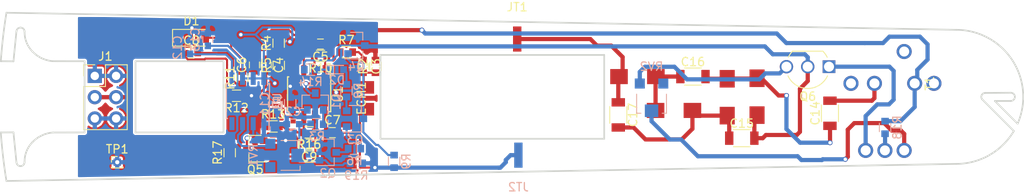
<source format=kicad_pcb>
(kicad_pcb (version 20171130) (host pcbnew 5.0.0)
  (title_block (title "moids infinity PCB") (company Kinoshita-lab))
  (layers (0 F.Cu signal) (31 B.Cu signal) (34 B.Paste user) (35 F.Paste user) (36 B.SilkS user) (37 F.SilkS user) (38 B.Mask user) (39 F.Mask user) (44 Edge.Cuts user))
  (net 0 "")
  (net 1 +5V)
  (net 2 "Net-(C2-Pad1)")
  (net 3 "Net-(C3-Pad2)")
  (net 4 "Net-(C3-Pad1)")
  (net 5 mute)
  (net 6 "Net-(C5-Pad1)")
  (net 7 "Net-(C6-Pad1)")
  (net 8 "Net-(C9-Pad2)")
  (net 9 "Net-(C9-Pad1)")
  (net 10 "Net-(C12-Pad2)")
  (net 11 transformer_out)
  (net 12 "Net-(C14-Pad1)")
  (net 13 "Net-(C15-Pad1)")
  (net 14 "Net-(D2-Pad1)")
  (net 15 "Net-(Q1-Pad1)")
  (net 16 "Net-(Q1-Pad2)")
  (net 17 "Net-(Q3-Pad1)")
  (net 18 "Net-(Q3-Pad2)")
  (net 19 "Net-(Q3-Pad3)")
  (net 20 "Net-(Q5-Pad1)")
  (net 21 "Net-(Q5-Pad3)")
  (net 22 "Net-(Q6-Pad3)")
  (net 23 "Net-(Q6-Pad1)")
  (net 24 timer_out)
  (net 25 "Net-(C4-Pad1)")
  (net 26 jacob_terminal_2)
  (net 27 "Net-(C8-Pad1)")
  (net 28 spark_gate)
  (net 29 jacob_terminal_1)
  (net 30 "Net-(R18-Pad1)")
  (net 31 "Net-(C16-Pad1)")
  (net 32 "Net-(Q2-Pad3)")
  (net 33 "Net-(RV2-Pad2)")
  (module Capacitors_SMD:C_0603 (layer B.Cu) (at 117.62 105 180)
    (fp_text reference C2 (at 0 1.5 180) (layer B.SilkS) (effects (justify mirror)))
    (fp_text value 10u)
    (pad 2 smd rect (at 0.75 0 180) (size 0.8 0.75) (layers B.Cu B.Paste B.Mask) (net 26 jacob_terminal_2))
    (pad 1 smd rect (at -0.75 0 180) (size 0.8 0.75) (layers B.Cu B.Paste B.Mask) (net 2 "Net-(C2-Pad1)"))
  )
  (module Capacitors_SMD:C_0603 (layer F.Cu) (at 126.05 98.12 270)
    (fp_text reference C3 (at 0 -1.5 270) (layer F.SilkS))
    (fp_text value 0.1u)
    (pad 2 smd rect (at 0.75 0 270) (size 0.8 0.75) (layers F.Cu F.Paste F.Mask) (net 3 "Net-(C3-Pad2)"))
    (pad 1 smd rect (at -0.75 0 270) (size 0.8 0.75) (layers F.Cu F.Paste F.Mask) (net 4 "Net-(C3-Pad1)"))
  )
  (module Capacitors_SMD:C_0603 (layer F.Cu) (at 114.42 97.96 270)
    (fp_text reference C4 (at 0 -1.5 270) (layer F.SilkS))
    (fp_text value 0.1u)
    (pad 2 smd rect (at 0.75 0 270) (size 0.8 0.75) (layers F.Cu F.Paste F.Mask) (net 26 jacob_terminal_2))
    (pad 1 smd rect (at -0.75 0 270) (size 0.8 0.75) (layers F.Cu F.Paste F.Mask) (net 25 "Net-(C4-Pad1)"))
  )
  (module Capacitors_SMD:C_0603 (layer F.Cu) (at 120.89 95.45 180)
    (fp_text reference C5 (at 0 -1.5 180) (layer F.SilkS))
    (fp_text value 560p)
    (pad 2 smd rect (at 0.75 0 180) (size 0.8 0.75) (layers F.Cu F.Paste F.Mask) (net 5 mute))
    (pad 1 smd rect (at -0.75 0 180) (size 0.8 0.75) (layers F.Cu F.Paste F.Mask) (net 6 "Net-(C5-Pad1)"))
  )
  (module Capacitors_SMD:C_0603 (layer F.Cu) (at 113.01 97.94 90)
    (fp_text reference C6 (at 0 -1.5 90) (layer F.SilkS))
    (fp_text value 0.1u)
    (pad 2 smd rect (at 0.75 0 90) (size 0.8 0.75) (layers F.Cu F.Paste F.Mask) (net 6 "Net-(C5-Pad1)"))
    (pad 1 smd rect (at -0.75 0 90) (size 0.8 0.75) (layers F.Cu F.Paste F.Mask) (net 7 "Net-(C6-Pad1)"))
  )
  (module Capacitors_SMD:C_0603 (layer F.Cu) (at 122.32 106.02)
    (fp_text reference C7 (at 0 -1.5) (layer F.SilkS))
    (fp_text value 0.1u)
    (pad 2 smd rect (at 0.75 0) (size 0.8 0.75) (layers F.Cu F.Paste F.Mask) (net 26 jacob_terminal_2))
    (pad 1 smd rect (at -0.75 0) (size 0.8 0.75) (layers F.Cu F.Paste F.Mask) (net 1 +5V))
  )
  (module Capacitors_SMD:C_0603 (layer F.Cu) (at 119.54 107.41 180)
    (fp_text reference C9 (at 0 -1.5 180) (layer F.SilkS))
    (fp_text value 560p)
    (pad 2 smd rect (at 0.75 0 180) (size 0.8 0.75) (layers F.Cu F.Paste F.Mask) (net 8 "Net-(C9-Pad2)"))
    (pad 1 smd rect (at -0.75 0 180) (size 0.8 0.75) (layers F.Cu F.Paste F.Mask) (net 9 "Net-(C9-Pad1)"))
  )
  (module Capacitors_SMD:C_0603 (layer B.Cu) (at 115.74 102.63 270)
    (fp_text reference C11 (at 0 1.5 270) (layer B.SilkS) (effects (justify mirror)))
    (fp_text value 0.1u)
    (pad 2 smd rect (at 0.75 0 270) (size 0.8 0.75) (layers B.Cu B.Paste B.Mask) (net 26 jacob_terminal_2))
    (pad 1 smd rect (at -0.75 0 270) (size 0.8 0.75) (layers B.Cu B.Paste B.Mask) (net 1 +5V))
  )
  (module Capacitors_SMD:C_0603 (layer B.Cu) (at 105.34 95.87 270)
    (fp_text reference C12 (at 0 1.5 270) (layer B.SilkS) (effects (justify mirror)))
    (fp_text value 0.1u)
    (pad 2 smd rect (at 0.75 0 270) (size 0.8 0.75) (layers B.Cu B.Paste B.Mask) (net 10 "Net-(C12-Pad2)"))
    (pad 1 smd rect (at -0.75 0 270) (size 0.8 0.75) (layers B.Cu B.Paste B.Mask) (net 26 jacob_terminal_2))
  )
  (module Capacitors_SMD:C_0603 (layer B.Cu) (at 107.45 94.91 270)
    (fp_text reference C13 (at 0 1.5 270) (layer B.SilkS) (effects (justify mirror)))
    (fp_text value 10u)
    (pad 2 smd rect (at 0.75 0 270) (size 0.8 0.75) (layers B.Cu B.Paste B.Mask) (net 1 +5V))
    (pad 1 smd rect (at -0.75 0 270) (size 0.8 0.75) (layers B.Cu B.Paste B.Mask) (net 26 jacob_terminal_2))
  )
  (module Diodes_SMD:D_SOD-123 (layer F.Cu) (at 105.49 94.7)
    (fp_text reference D1 (at 0 -2) (layer F.SilkS))
    (fp_text value D)
    (pad 1 smd rect (at -1.65 0) (size 0.9 1.2) (layers F.Cu F.Paste F.Mask) (net 27 "Net-(C8-Pad1)"))
    (pad 2 smd rect (at 1.65 0) (size 0.9 1.2) (layers F.Cu F.Paste F.Mask) (net 7 "Net-(C6-Pad1)"))
  )
  (module LEDs:LED_0603 (layer B.Cu) (at 122.85 98.5)
    (fp_text reference D2 (at 0 1.25) (layer B.SilkS) (effects (justify mirror)))
    (fp_text value LED)
    (pad 2 smd rect (at 0.8 0 180) (size 0.8 0.8) (layers B.Cu B.Paste B.Mask) (net 1 +5V))
    (pad 1 smd rect (at -0.8 0 180) (size 0.8 0.8) (layers B.Cu B.Paste B.Mask) (net 14 "Net-(D2-Pad1)"))
  )
  (module custom_pcb_footprints:DO-214AC (layer F.Cu) (at 172.99 101.73 270)
    (fp_text reference D3)
    (fp_text value D)
    (pad 2 smd rect (at 2.19964 0 270) (size 2.10058 1.80086) (layers F.Cu F.Paste F.Mask) (net 28 spark_gate))
    (pad 1 smd rect (at -2.19964 0 270) (size 2.10058 1.80086) (layers F.Cu F.Paste F.Mask) (net 12 "Net-(C14-Pad1)"))
  )
  (module custom_pcb_footprints:DO-214AC (layer F.Cu) (at 169.43 101.79 90)
    (fp_text reference D4)
    (fp_text value D)
    (pad 2 smd rect (at 2.19964 0 90) (size 2.10058 1.80086) (layers F.Cu F.Paste F.Mask) (net 12 "Net-(C14-Pad1)"))
    (pad 1 smd rect (at -2.19964 0 90) (size 2.10058 1.80086) (layers F.Cu F.Paste F.Mask) (net 13 "Net-(C15-Pad1)"))
  )
  (module custom_pcb_footprints:DO-214AC (layer F.Cu) (at 163.08 103.37)
    (fp_text reference D5)
    (fp_text value D)
    (pad 2 smd rect (at 2.19964 0) (size 2.10058 1.80086) (layers F.Cu F.Paste F.Mask) (net 13 "Net-(C15-Pad1)"))
    (pad 1 smd rect (at -2.19964 0) (size 2.10058 1.80086) (layers F.Cu F.Paste F.Mask) (net 31 "Net-(C16-Pad1)"))
  )
  (module custom_pcb_footprints:DO-214AC (layer F.Cu) (at 158.718 99.332)
    (fp_text reference D6)
    (fp_text value D)
    (pad 2 smd rect (at 2.19964 0) (size 2.10058 1.80086) (layers F.Cu F.Paste F.Mask) (net 31 "Net-(C16-Pad1)"))
    (pad 1 smd rect (at -2.19964 0) (size 2.10058 1.80086) (layers F.Cu F.Paste F.Mask) (net 29 jacob_terminal_1))
  )
  (module custom_pcb_footprints:CONDENCER_MICROPHONE_C9767 (layer F.Cu) (at 126.29 101.92 270)
    (fp_text reference ECM1 (at 0 0.5 270) (layer F.SilkS))
    (fp_text value ECM_C9767)
    (pad 2 smd rect (at 1.3 0 270) (size 1.5 2) (layers F.Cu F.Paste F.Mask) (net 26 jacob_terminal_2))
    (pad 1 smd rect (at -1.3 0 270) (size 1.5 2) (layers F.Cu F.Paste F.Mask) (net 3 "Net-(C3-Pad2)"))
  )
  (module TO_SOT_Packages_SMD:SOT-23 (layer B.Cu) (at 120.27 102.31 90)
    (fp_text reference Q1 (at 0 2.5 90) (layer B.SilkS) (effects (justify mirror)))
    (fp_text value 2sc3325-y)
    (pad 1 smd rect (at -1 0.95 90) (size 0.9 0.8) (layers B.Cu B.Paste B.Mask) (net 15 "Net-(Q1-Pad1)"))
    (pad 2 smd rect (at -1 -0.95 90) (size 0.9 0.8) (layers B.Cu B.Paste B.Mask) (net 16 "Net-(Q1-Pad2)"))
    (pad 3 smd rect (at 1 0 90) (size 0.9 0.8) (layers B.Cu B.Paste B.Mask) (net 5 mute))
  )
  (module TO_SOT_Packages_SMD:SOT-23 (layer B.Cu) (at 121.77 108.37)
    (fp_text reference Q2 (at 0 2.5) (layer B.SilkS) (effects (justify mirror)))
    (fp_text value 2sc3325-y)
    (pad 1 smd rect (at -1 0.95) (size 0.9 0.8) (layers B.Cu B.Paste B.Mask) (net 2 "Net-(C2-Pad1)"))
    (pad 2 smd rect (at -1 -0.95) (size 0.9 0.8) (layers B.Cu B.Paste B.Mask) (net 26 jacob_terminal_2))
    (pad 3 smd rect (at 1 0) (size 0.9 0.8) (layers B.Cu B.Paste B.Mask) (net 32 "Net-(Q2-Pad3)"))
  )
  (module TO_SOT_Packages_SMD:SOT-23 (layer B.Cu) (at 125.01 104.36)
    (fp_text reference Q3 (at 0 2.5) (layer B.SilkS) (effects (justify mirror)))
    (fp_text value 2sa1313)
    (pad 1 smd rect (at -1 0.95) (size 0.9 0.8) (layers B.Cu B.Paste B.Mask) (net 17 "Net-(Q3-Pad1)"))
    (pad 2 smd rect (at -1 -0.95) (size 0.9 0.8) (layers B.Cu B.Paste B.Mask) (net 18 "Net-(Q3-Pad2)"))
    (pad 3 smd rect (at 1 0) (size 0.9 0.8) (layers B.Cu B.Paste B.Mask) (net 19 "Net-(Q3-Pad3)"))
  )
  (module TO_SOT_Packages_SMD:SOT-23 (layer B.Cu) (at 125.18 95.63)
    (fp_text reference Q4 (at 0 2.5) (layer B.SilkS) (effects (justify mirror)))
    (fp_text value SSM3K329R)
    (pad 1 smd rect (at -1 0.95) (size 0.9 0.8) (layers B.Cu B.Paste B.Mask) (net 19 "Net-(Q3-Pad3)"))
    (pad 2 smd rect (at -1 -0.95) (size 0.9 0.8) (layers B.Cu B.Paste B.Mask) (net 26 jacob_terminal_2))
    (pad 3 smd rect (at 1 0) (size 0.9 0.8) (layers B.Cu B.Paste B.Mask) (net 28 spark_gate))
  )
  (module TO_SOT_Packages_SMD:SOT-23 (layer F.Cu) (at 113.11 107.93 180)
    (fp_text reference Q5 (at 0 -2.5 180) (layer F.SilkS))
    (fp_text value 2sc3325-y)
    (pad 1 smd rect (at -1 -0.95 180) (size 0.9 0.8) (layers F.Cu F.Paste F.Mask) (net 20 "Net-(Q5-Pad1)"))
    (pad 2 smd rect (at -1 0.95 180) (size 0.9 0.8) (layers F.Cu F.Paste F.Mask) (net 26 jacob_terminal_2))
    (pad 3 smd rect (at 1 0 180) (size 0.9 0.8) (layers F.Cu F.Paste F.Mask) (net 21 "Net-(Q5-Pad3)"))
  )
  (module custom_pcb_footprints:Potentiometer_Trimmer-TSR-C3305 (layer B.Cu) (at 116.71 108.74 90)
    (fp_text reference RV1 (at 0 -3.83 90) (layer B.SilkS) (effects (justify mirror)))
    (fp_text value 1k)
    (pad 2 smd rect (at 0 1.45 90) (size 1.6 1.5) (layers B.Cu B.Paste B.Mask) (net 2 "Net-(C2-Pad1)"))
    (pad 3 smd rect (at 1.4 -1.8 90) (size 1.2 1.2) (layers B.Cu B.Paste B.Mask) (net 24 timer_out))
    (pad 1 smd rect (at -1.4 -1.8 90) (size 1.2 1.2) (layers B.Cu B.Paste B.Mask))
  )
  (module custom_pcb_footprints:digit_junk_transformer (layer F.Cu) (at 194.1 100.14 270)
    (fp_text reference T1 (at 0 0.5 270) (layer F.SilkS))
    (fp_text value digit_junk_trans)
    (pad 8 thru_hole circle (at -3.8 3.55 270) (size 1.8 1.8) (drill 1.2) (layers *.Cu *.Mask))
    (pad 7 thru_hole circle (at 8 3.55 270) (size 1.8 1.8) (drill 1.2) (layers *.Cu *.Mask) (net 33 "Net-(RV2-Pad2)"))
    (pad 6 thru_hole circle (at 8 5.85 270) (size 1.8 1.8) (drill 1.2) (layers *.Cu *.Mask) (net 30 "Net-(R18-Pad1)"))
    (pad 5 thru_hole circle (at 8 8.15 270) (size 1.8 1.8) (drill 1.2) (layers *.Cu *.Mask) (net 23 "Net-(Q6-Pad1)"))
    (pad 4 thru_hole circle (at 0 9.9 270) (size 1.8 1.8) (drill 1.2) (layers *.Cu *.Mask))
    (pad 3 thru_hole circle (at 0 7.1 270) (size 1.8 1.8) (drill 1.2) (layers *.Cu *.Mask B.Paste) (net 11 transformer_out))
    (pad 2 thru_hole circle (at 0 2.3 270) (size 1.8 1.8) (drill 1.2) (layers *.Cu *.Mask) (net 1 +5V))
    (pad 1 thru_hole circle (at 0 0 270) (size 1.8 1.8) (drill 1.2) (layers *.Cu *.Mask))
  )
  (module Housings_SOIC:SOIC-8_3.9x4.9mm_Pitch1.27mm (layer F.Cu) (at 119.54 101.44 270)
    (fp_text reference U1 (at 0 -3.5 270) (layer F.SilkS))
    (fp_text value LMV358)
    (pad 1 smd rect (at -2.7 -1.905 270) (size 1.55 0.6) (layers F.Cu F.Paste F.Mask) (net 6 "Net-(C5-Pad1)"))
    (pad 2 smd rect (at -2.7 -0.635 270) (size 1.55 0.6) (layers F.Cu F.Paste F.Mask) (net 5 mute))
    (pad 3 smd rect (at -2.7 0.635 270) (size 1.55 0.6) (layers F.Cu F.Paste F.Mask) (net 25 "Net-(C4-Pad1)"))
    (pad 4 smd rect (at -2.7 1.905 270) (size 1.55 0.6) (layers F.Cu F.Paste F.Mask) (net 26 jacob_terminal_2))
    (pad 5 smd rect (at 2.7 1.905 270) (size 1.55 0.6) (layers F.Cu F.Paste F.Mask) (net 27 "Net-(C8-Pad1)"))
    (pad 6 smd rect (at 2.7 0.635 270) (size 1.55 0.6) (layers F.Cu F.Paste F.Mask) (net 8 "Net-(C9-Pad2)"))
    (pad 7 smd rect (at 2.7 -0.635 270) (size 1.55 0.6) (layers F.Cu F.Paste F.Mask) (net 9 "Net-(C9-Pad1)"))
    (pad 8 smd rect (at 2.7 -1.905 270) (size 1.55 0.6) (layers F.Cu F.Paste F.Mask) (net 1 +5V))
  )
  (module Housings_SOIC:SOIC-8_3.9x4.9mm_Pitch1.27mm (layer B.Cu) (at 112.23 102.25 90)
    (fp_text reference U2 (at 0 3.5 90) (layer B.SilkS) (effects (justify mirror)))
    (fp_text value NE555)
    (pad 1 smd rect (at -2.7 1.905 90) (size 1.55 0.6) (layers B.Cu B.Paste B.Mask) (net 26 jacob_terminal_2))
    (pad 2 smd rect (at -2.7 0.635 90) (size 1.55 0.6) (layers B.Cu B.Paste B.Mask) (net 21 "Net-(Q5-Pad3)"))
    (pad 3 smd rect (at -2.7 -0.635 90) (size 1.55 0.6) (layers B.Cu B.Paste B.Mask) (net 24 timer_out))
    (pad 4 smd rect (at -2.7 -1.905 90) (size 1.55 0.6) (layers B.Cu B.Paste B.Mask))
    (pad 5 smd rect (at 2.7 -1.905 90) (size 1.55 0.6) (layers B.Cu B.Paste B.Mask) (net 10 "Net-(C12-Pad2)"))
    (pad 6 smd rect (at 2.7 -0.635 90) (size 1.55 0.6) (layers B.Cu B.Paste B.Mask) (net 1 +5V))
    (pad 7 smd rect (at 2.7 0.635 90) (size 1.55 0.6) (layers B.Cu B.Paste B.Mask) (net 1 +5V))
    (pad 8 smd rect (at 2.7 1.905 90) (size 1.55 0.6) (layers B.Cu B.Paste B.Mask) (net 1 +5V))
  )
  (module Capacitors_SMD:C_0603 (layer F.Cu) (at 105.49 96.53)
    (fp_text reference C8 (at 0 -1.5) (layer F.SilkS))
    (fp_text value 0.1u)
    (pad 2 smd rect (at 0.75 0) (size 0.8 0.75) (layers F.Cu F.Paste F.Mask) (net 26 jacob_terminal_2))
    (pad 1 smd rect (at -0.75 0) (size 0.8 0.75) (layers F.Cu F.Paste F.Mask) (net 27 "Net-(C8-Pad1)"))
  )
  (module Pin_Headers:Pin_Header_Straight_1x01_Pitch1.00mm (layer F.Cu) (at 96.64 109.55)
    (fp_text reference TP1 (at 0 -1.56) (layer F.SilkS))
    (fp_text value TEST)
    (pad 1 thru_hole rect (at 0 0) (size 0.85 0.85) (drill 0.5) (layers *.Cu *.Mask) (net 26 jacob_terminal_2))
  )
  (module custom_pcb_footprints:SolderWirePad_single_SMD_1x3mm (layer F.Cu) (at 144.37 94.85)
    (fp_text reference JT1 (at 0 -3.81) (layer F.SilkS))
    (fp_text value TERMINAL)
    (pad 1 smd rect (at 0 0) (size 1 3) (layers F.Cu F.Paste F.Mask) (net 29 jacob_terminal_1))
  )
  (module custom_pcb_footprints:SolderWirePad_single_SMD_1x3mm (layer B.Cu) (at 144.51 108.71)
    (fp_text reference JT2 (at 0 3.81) (layer B.SilkS) (effects (justify mirror)))
    (fp_text value TERMINAL)
    (pad 1 smd rect (at 0 0) (size 1 3) (layers B.Cu B.Paste B.Mask) (net 26 jacob_terminal_2))
  )
  (module Capacitors_SMD:C_1206 (layer F.Cu) (at 181.69 103.71 90)
    (fp_text reference C14 (at 0 -1.75 90) (layer F.SilkS))
    (fp_text value 2200p)
    (pad 1 smd rect (at -1.5 0 90) (size 1 1.6) (layers F.Cu F.Paste F.Mask) (net 12 "Net-(C14-Pad1)"))
    (pad 2 smd rect (at 1.5 0 90) (size 1 1.6) (layers F.Cu F.Paste F.Mask) (net 11 transformer_out))
  )
  (module Capacitors_SMD:C_1206 (layer F.Cu) (at 171.17 106.68)
    (fp_text reference C15 (at 0 -1.75) (layer F.SilkS))
    (fp_text value 2200p)
    (pad 1 smd rect (at -1.5 0) (size 1 1.6) (layers F.Cu F.Paste F.Mask) (net 13 "Net-(C15-Pad1)"))
    (pad 2 smd rect (at 1.5 0) (size 1 1.6) (layers F.Cu F.Paste F.Mask) (net 28 spark_gate))
  )
  (module Capacitors_SMD:C_1206 (layer F.Cu) (at 165.34 99.33)
    (fp_text reference C16 (at 0 -1.75) (layer F.SilkS))
    (fp_text value 2200p)
    (pad 1 smd rect (at -1.5 0) (size 1 1.6) (layers F.Cu F.Paste F.Mask) (net 31 "Net-(C16-Pad1)"))
    (pad 2 smd rect (at 1.5 0) (size 1 1.6) (layers F.Cu F.Paste F.Mask) (net 12 "Net-(C14-Pad1)"))
  )
  (module Capacitors_SMD:C_1206 (layer F.Cu) (at 156.432 103.904 270)
    (fp_text reference C17 (at 0 -1.75 270) (layer F.SilkS))
    (fp_text value 2200p)
    (pad 1 smd rect (at -1.5 0 270) (size 1 1.6) (layers F.Cu F.Paste F.Mask) (net 29 jacob_terminal_1))
    (pad 2 smd rect (at 1.5 0 270) (size 1 1.6) (layers F.Cu F.Paste F.Mask) (net 13 "Net-(C15-Pad1)"))
  )
  (module Pin_Headers:Pin_Header_Straight_2x03_Pitch2.54mm (layer F.Cu) (at 93.96 99.25)
    (fp_text reference J1 (at 1.27 -2.33) (layer F.SilkS))
    (fp_text value Conn_02x03_Odd_Even)
    (pad 1 thru_hole rect (at 0 0) (size 1.7 1.7) (drill 1) (layers *.Cu *.Mask) (net 26 jacob_terminal_2))
    (pad 2 thru_hole oval (at 2.54 0) (size 1.7 1.7) (drill 1) (layers *.Cu *.Mask) (net 26 jacob_terminal_2))
    (pad 3 thru_hole oval (at 0 2.54) (size 1.7 1.7) (drill 1) (layers *.Cu *.Mask) (net 1 +5V))
    (pad 4 thru_hole oval (at 2.54 2.54) (size 1.7 1.7) (drill 1) (layers *.Cu *.Mask) (net 1 +5V))
    (pad 5 thru_hole oval (at 0 5.08) (size 1.7 1.7) (drill 1) (layers *.Cu *.Mask) (net 26 jacob_terminal_2))
    (pad 6 thru_hole oval (at 2.54 5.08) (size 1.7 1.7) (drill 1) (layers *.Cu *.Mask) (net 26 jacob_terminal_2))
  )
  (module TO_SOT_Packages_THT:TO-92_Inline_Wide (layer F.Cu) (at 181.58 98.15 180)
    (fp_text reference Q6 (at 2.54 -3.56) (layer F.SilkS))
    (fp_text value Q_NPN_ECB)
    (pad 2 thru_hole circle (at 2.54 0 270) (size 1.6 1.6) (drill 1.2) (layers *.Cu *.Mask) (net 28 spark_gate))
    (pad 3 thru_hole circle (at 5.08 0 270) (size 1.6 1.6) (drill 1.2) (layers *.Cu *.Mask) (net 22 "Net-(Q6-Pad3)"))
    (pad 1 thru_hole rect (at 0 0 270) (size 1.52 1.52) (drill 1.2) (layers *.Cu *.Mask) (net 23 "Net-(Q6-Pad1)"))
  )
  (module custom_pcb_footprints:R_0603_wide (layer B.Cu) (at 117.28 102.56 270)
    (fp_text reference R1 (at 0 1.45 270) (layer B.SilkS) (effects (justify mirror)))
    (fp_text value 1k)
    (pad 1 smd rect (at -0.75 0 270) (size 0.8 0.9) (layers B.Cu B.Paste B.Mask) (net 26 jacob_terminal_2))
    (pad 2 smd rect (at 0.75 0 270) (size 0.8 0.9) (layers B.Cu B.Paste B.Mask) (net 16 "Net-(Q1-Pad2)"))
  )
  (module custom_pcb_footprints:R_0603_wide (layer F.Cu) (at 127.45 98.12 90)
    (fp_text reference R2 (at 0 -1.45 90) (layer F.SilkS))
    (fp_text value 10k)
    (pad 1 smd rect (at -0.75 0 90) (size 0.8 0.9) (layers F.Cu F.Paste F.Mask) (net 3 "Net-(C3-Pad2)"))
    (pad 2 smd rect (at 0.75 0 90) (size 0.8 0.9) (layers F.Cu F.Paste F.Mask) (net 1 +5V))
  )
  (module custom_pcb_footprints:R_0603_wide (layer B.Cu) (at 120.47 105.02)
    (fp_text reference R3 (at 0 1.45) (layer B.SilkS) (effects (justify mirror)))
    (fp_text value 1k)
    (pad 1 smd rect (at -0.75 0) (size 0.8 0.9) (layers B.Cu B.Paste B.Mask) (net 2 "Net-(C2-Pad1)"))
    (pad 2 smd rect (at 0.75 0) (size 0.8 0.9) (layers B.Cu B.Paste B.Mask) (net 15 "Net-(Q1-Pad1)"))
  )
  (module custom_pcb_footprints:R_0603_wide (layer F.Cu) (at 115.9 95.34 90)
    (fp_text reference R4 (at 0 -1.45 90) (layer F.SilkS))
    (fp_text value 10k)
    (pad 1 smd rect (at -0.75 0 90) (size 0.8 0.9) (layers F.Cu F.Paste F.Mask) (net 25 "Net-(C4-Pad1)"))
    (pad 2 smd rect (at 0.75 0 90) (size 0.8 0.9) (layers F.Cu F.Paste F.Mask) (net 1 +5V))
  )
  (module custom_pcb_footprints:R_0603_wide (layer F.Cu) (at 115.91 97.99 90)
    (fp_text reference R5 (at 0 -1.45 90) (layer F.SilkS))
    (fp_text value 10k)
    (pad 1 smd rect (at -0.75 0 90) (size 0.8 0.9) (layers F.Cu F.Paste F.Mask) (net 26 jacob_terminal_2))
    (pad 2 smd rect (at 0.75 0 90) (size 0.8 0.9) (layers F.Cu F.Paste F.Mask) (net 25 "Net-(C4-Pad1)"))
  )
  (module custom_pcb_footprints:R_0603_wide (layer B.Cu) (at 124.95 107.93)
    (fp_text reference R6 (at 0 1.45) (layer B.SilkS) (effects (justify mirror)))
    (fp_text value 1k)
    (pad 1 smd rect (at -0.75 0) (size 0.8 0.9) (layers B.Cu B.Paste B.Mask) (net 32 "Net-(Q2-Pad3)"))
    (pad 2 smd rect (at 0.75 0) (size 0.8 0.9) (layers B.Cu B.Paste B.Mask) (net 17 "Net-(Q3-Pad1)"))
  )
  (module custom_pcb_footprints:R_0603_wide (layer F.Cu) (at 123.98 96.41)
    (fp_text reference R7 (at 0 -1.45) (layer F.SilkS))
    (fp_text value 1k)
    (pad 1 smd rect (at -0.75 0) (size 0.8 0.9) (layers F.Cu F.Paste F.Mask) (net 5 mute))
    (pad 2 smd rect (at 0.75 0) (size 0.8 0.9) (layers F.Cu F.Paste F.Mask) (net 4 "Net-(C3-Pad1)"))
  )
  (module custom_pcb_footprints:R_0603_wide (layer B.Cu) (at 123.99 101.01 90)
    (fp_text reference R8 (at 0 1.45 90) (layer B.SilkS) (effects (justify mirror)))
    (fp_text value 10k)
    (pad 1 smd rect (at -0.75 0 90) (size 0.8 0.9) (layers B.Cu B.Paste B.Mask) (net 18 "Net-(Q3-Pad2)"))
    (pad 2 smd rect (at 0.75 0 90) (size 0.8 0.9) (layers B.Cu B.Paste B.Mask) (net 1 +5V))
  )
  (module custom_pcb_footprints:R_0603_wide (layer B.Cu) (at 129.68 109.45 90)
    (fp_text reference R9 (at 0 1.45 90) (layer B.SilkS) (effects (justify mirror)))
    (fp_text value 1M)
    (pad 1 smd rect (at -0.75 0 90) (size 0.8 0.9) (layers B.Cu B.Paste B.Mask) (net 26 jacob_terminal_2))
    (pad 2 smd rect (at 0.75 0 90) (size 0.8 0.9) (layers B.Cu B.Paste B.Mask) (net 19 "Net-(Q3-Pad3)"))
  )
  (module custom_pcb_footprints:R_0603_wide (layer F.Cu) (at 120.9 96.87 180)
    (fp_text reference R10 (at 0 -1.45 180) (layer F.SilkS))
    (fp_text value 1M)
    (pad 1 smd rect (at -0.75 0 180) (size 0.8 0.9) (layers F.Cu F.Paste F.Mask) (net 6 "Net-(C5-Pad1)"))
    (pad 2 smd rect (at 0.75 0 180) (size 0.8 0.9) (layers F.Cu F.Paste F.Mask) (net 5 mute))
  )
  (module custom_pcb_footprints:R_0603_wide (layer F.Cu) (at 111.56 99.47 90)
    (fp_text reference R11 (at 0 -1.45 90) (layer F.SilkS))
    (fp_text value 100k)
    (pad 1 smd rect (at -0.75 0 90) (size 0.8 0.9) (layers F.Cu F.Paste F.Mask) (net 26 jacob_terminal_2))
    (pad 2 smd rect (at 0.75 0 90) (size 0.8 0.9) (layers F.Cu F.Paste F.Mask) (net 7 "Net-(C6-Pad1)"))
  )
  (module custom_pcb_footprints:R_0603_wide (layer F.Cu) (at 110.87 101.62 180)
    (fp_text reference R12 (at 0 -1.45 180) (layer F.SilkS))
    (fp_text value 1M)
    (pad 1 smd rect (at -0.75 0 180) (size 0.8 0.9) (layers F.Cu F.Paste F.Mask) (net 26 jacob_terminal_2))
    (pad 2 smd rect (at 0.75 0 180) (size 0.8 0.9) (layers F.Cu F.Paste F.Mask) (net 27 "Net-(C8-Pad1)"))
  )
  (module custom_pcb_footprints:R_0603_wide (layer F.Cu) (at 115.24 105.28)
    (fp_text reference R13 (at 0 -1.45) (layer F.SilkS))
    (fp_text value 100k)
    (pad 1 smd rect (at -0.75 0) (size 0.8 0.9) (layers F.Cu F.Paste F.Mask) (net 26 jacob_terminal_2))
    (pad 2 smd rect (at 0.75 0) (size 0.8 0.9) (layers F.Cu F.Paste F.Mask) (net 8 "Net-(C9-Pad2)"))
  )
  (module custom_pcb_footprints:R_0603_wide (layer B.Cu) (at 119.71 98.5)
    (fp_text reference R14 (at 0 1.45) (layer B.SilkS) (effects (justify mirror)))
    (fp_text value 10k)
    (pad 1 smd rect (at -0.75 0) (size 0.8 0.9) (layers B.Cu B.Paste B.Mask) (net 28 spark_gate))
    (pad 2 smd rect (at 0.75 0) (size 0.8 0.9) (layers B.Cu B.Paste B.Mask) (net 14 "Net-(D2-Pad1)"))
  )
  (module custom_pcb_footprints:R_0603_wide (layer F.Cu) (at 119.53 105.99 180)
    (fp_text reference R15 (at 0 -1.45 180) (layer F.SilkS))
    (fp_text value 1M)
    (pad 1 smd rect (at -0.75 0 180) (size 0.8 0.9) (layers F.Cu F.Paste F.Mask) (net 9 "Net-(C9-Pad1)"))
    (pad 2 smd rect (at 0.75 0 180) (size 0.8 0.9) (layers F.Cu F.Paste F.Mask) (net 8 "Net-(C9-Pad2)"))
  )
  (module custom_pcb_footprints:R_0603_wide (layer F.Cu) (at 119.54 108.87)
    (fp_text reference R16 (at 0 -1.45) (layer F.SilkS))
    (fp_text value 1k)
    (pad 1 smd rect (at -0.75 0) (size 0.8 0.9) (layers F.Cu F.Paste F.Mask) (net 20 "Net-(Q5-Pad1)"))
    (pad 2 smd rect (at 0.75 0) (size 0.8 0.9) (layers F.Cu F.Paste F.Mask) (net 9 "Net-(C9-Pad1)"))
  )
  (module custom_pcb_footprints:R_0603_wide (layer F.Cu) (at 110.062 108.416 90)
    (fp_text reference R17 (at 0 -1.45 90) (layer F.SilkS))
    (fp_text value 10k)
    (pad 1 smd rect (at -0.75 0 90) (size 0.8 0.9) (layers F.Cu F.Paste F.Mask) (net 21 "Net-(Q5-Pad3)"))
    (pad 2 smd rect (at 0.75 0 90) (size 0.8 0.9) (layers F.Cu F.Paste F.Mask) (net 1 +5V))
  )
  (module custom_pcb_footprints:R_0603_wide (layer B.Cu) (at 188.27 105.4 90)
    (fp_text reference R18 (at 0 1.45 90) (layer B.SilkS) (effects (justify mirror)))
    (fp_text value 200)
    (pad 1 smd rect (at -0.75 0 90) (size 0.8 0.9) (layers B.Cu B.Paste B.Mask) (net 30 "Net-(R18-Pad1)"))
    (pad 2 smd rect (at 0.75 0 90) (size 0.8 0.9) (layers B.Cu B.Paste B.Mask) (net 1 +5V))
  )
  (module custom_pcb_footprints:R_0603_wide (layer B.Cu) (at 125.17 109.68)
    (fp_text reference R19 (at 0 1.45) (layer B.SilkS) (effects (justify mirror)))
    (fp_text value 1M)
    (pad 1 smd rect (at -0.75 0) (size 0.8 0.9) (layers B.Cu B.Paste B.Mask) (net 2 "Net-(C2-Pad1)"))
    (pad 2 smd rect (at 0.75 0) (size 0.8 0.9) (layers B.Cu B.Paste B.Mask) (net 26 jacob_terminal_2))
  )
  (module custom_pcb_footprints:Potentiometer_Trimmer-TSR-C3305 (layer B.Cu) (at 160.4 101.96)
    (fp_text reference RV2 (at 0 -3.83) (layer B.SilkS) (effects (justify mirror)))
    (fp_text value 10k)
    (pad 1 smd rect (at -1.4 -1.8) (size 1.2 1.2) (layers B.Cu B.Paste B.Mask) (net 22 "Net-(Q6-Pad3)"))
    (pad 3 smd rect (at 1.4 -1.8) (size 1.2 1.2) (layers B.Cu B.Paste B.Mask))
    (pad 2 smd rect (at 0 1.45) (size 1.6 1.5) (layers B.Cu B.Paste B.Mask) (net 33 "Net-(RV2-Pad2)"))
  )
  (gr_line (start 84.610908 109.564809) (end 84.253636 105.988842) (layer Edge.Cuts) (width 0.2))
  (gr_line (start 84.612673 109.582054) (end 84.610908 109.564809) (layer Edge.Cuts) (width 0.2))
  (gr_line (start 98.820242 106) (end 98.820242 97.5) (layer Edge.Cuts) (width 0.2))
  (gr_line (start 109.320242 106) (end 98.820242 106) (layer Edge.Cuts) (width 0.2))
  (gr_line (start 86.516795 96.333709) (end 86.551031 96.368755) (layer Edge.Cuts) (width 0.2))
  (gr_arc (start 88.871039 94.033906) (end 85.58104 93.947497) (angle -45.83427447) (layer Edge.Cuts) (width 0.2))
  (gr_line (start 85.58104 109.552503) (end 85.579674 109.569863) (layer Edge.Cuts) (width 0.2))
  (gr_arc (start 88.871039 109.466094) (end 86.516795 107.166291) (angle -45.83427447) (layer Edge.Cuts) (width 0.2))
  (gr_line (start 200.22 101.283315) (end 203.24836 101.257742) (layer Edge.Cuts) (width 0.2))
  (gr_line (start 86.551031 107.131245) (end 86.516795 107.166291) (layer Edge.Cuts) (width 0.2))
  (gr_arc (start 89.248805 109.766633) (end 88.994661 106.003833) (angle -41.80624113) (layer Edge.Cuts) (width 0.2))
  (gr_line (start 84.253636 97.511158) (end 84.610908 93.935191) (layer Edge.Cuts) (width 0.2))
  (gr_arc (start 203.262948 101.749906) (end 203.257688 102.242258) (angle -182.3097946) (layer Edge.Cuts) (width 0.2))
  (gr_arc (start 196.755328 101.75) (end 204.085182 104.95519) (angle -113.6187393) (layer Edge.Cuts) (width 0.2))
  (gr_line (start 154.755328 96.75) (end 154.755328 106.75) (layer Edge.Cuts) (width 0.2))
  (gr_line (start 128.055328 96.75) (end 154.755328 96.75) (layer Edge.Cuts) (width 0.2))
  (gr_line (start 154.755328 106.75) (end 128.055328 106.75) (layer Edge.Cuts) (width 0.2))
  (gr_arc (start 144.755328 101.75) (end 82.74848 106) (angle -5.374690183) (layer Edge.Cuts) (width 0.2))
  (gr_line (start 84.253636 105.988842) (end 82.74848 106) (layer Edge.Cuts) (width 0.2))
  (gr_line (start 92.740242 106) (end 88.994661 106.003833) (layer Edge.Cuts) (width 0.2))
  (gr_line (start 92.740242 97.5) (end 92.740242 106) (layer Edge.Cuts) (width 0.2))
  (gr_arc (start 144.755328 101.75) (end 83.419188 91.710595) (angle -5.374690183) (layer Edge.Cuts) (width 0.2))
  (gr_line (start 88.994661 97.496167) (end 92.740242 97.5) (layer Edge.Cuts) (width 0.2))
  (gr_arc (start 89.248805 93.733367) (end 86.551031 96.368755) (angle -41.80624113) (layer Edge.Cuts) (width 0.2))
  (gr_line (start 196.755328 93.75) (end 83.419188 91.710595) (layer Edge.Cuts) (width 0.2))
  (gr_line (start 128.055328 106.75) (end 128.055328 96.75) (layer Edge.Cuts) (width 0.2))
  (gr_line (start 203.637946 105.827937) (end 199.890004 102.079996) (layer Edge.Cuts) (width 0.2))
  (gr_arc (start 196.755328 101.75) (end 196.755328 109.75) (angle -59.35334574) (layer Edge.Cuts) (width 0.2))
  (gr_line (start 83.419144 111.789139) (end 196.755328 109.75) (layer Edge.Cuts) (width 0.2))
  (gr_line (start 85.579674 93.930137) (end 85.58104 93.947497) (layer Edge.Cuts) (width 0.2))
  (gr_arc (start 85.095198 93.968261) (end 85.579674 93.930137) (angle -84.77383494) (layer Edge.Cuts) (width 0.2))
  (gr_arc (start 85.09521 109.532654) (end 84.612673 109.582054) (angle -84.88137223) (layer Edge.Cuts) (width 0.2))
  (gr_arc (start 85.095198 109.531739) (end 85.101362 110.017673) (angle -84.77383494) (layer Edge.Cuts) (width 0.2))
  (gr_line (start 203.257688 102.242258) (end 201.37225 102.242258) (layer Edge.Cuts) (width 0.2))
  (gr_line (start 82.74848 97.5) (end 84.253636 97.511158) (layer Edge.Cuts) (width 0.2))
  (gr_arc (start 85.09521 93.967346) (end 85.101362 93.482327) (angle -84.88137223) (layer Edge.Cuts) (width 0.2))
  (gr_line (start 84.610908 93.935191) (end 84.612673 93.917946) (layer Edge.Cuts) (width 0.2))
  (gr_line (start 201.37225 102.242258) (end 204.085182 104.95519) (layer Edge.Cuts) (width 0.2))
  (gr_line (start 109.320242 97.5) (end 109.320242 106) (layer Edge.Cuts) (width 0.2))
  (gr_line (start 98.820242 97.5) (end 109.320242 97.5) (layer Edge.Cuts) (width 0.2))
  (gr_arc (start 200.22 101.75) (end 200.22 101.283315) (angle -135) (layer Edge.Cuts) (width 0.2))
  (segment (start 185.85 95.33) (end 188.03 95.33) (width 0.5) (layer B.Cu) (net 1))
  (segment (start 127.45 93.61) (end 127.63 93.79) (width 0.5) (layer F.Cu) (net 1))
  (segment (start 127.63 93.79) (end 132.99 93.79) (width 0.5) (layer F.Cu) (net 1))
  (via (at 132.99 93.79) (size 0.6) (drill 0.4) (layers F.Cu B.Cu) (net 1))
  (segment (start 132.99 93.79) (end 133.39 94.19) (width 0.5) (layer B.Cu) (net 1))
  (segment (start 133.39 94.19) (end 175.35 94.19) (width 0.5) (layer B.Cu) (net 1))
  (segment (start 175.35 94.19) (end 176.49 95.33) (width 0.5) (layer B.Cu) (net 1))
  (segment (start 176.49 95.33) (end 185.85 95.33) (width 0.5) (layer B.Cu) (net 1))
  (segment (start 127.45 97.37) (end 127.45 93.61) (width 0.5) (layer F.Cu) (net 1))
  (segment (start 192.11 98.53) (end 192.11 99.83) (width 0.5) (layer B.Cu) (net 1))
  (segment (start 193.34 97.3) (end 192.11 98.53) (width 0.5) (layer B.Cu) (net 1))
  (segment (start 193.34 95.48) (end 193.34 97.3) (width 0.5) (layer B.Cu) (net 1))
  (segment (start 192.43 94.57) (end 193.34 95.48) (width 0.5) (layer B.Cu) (net 1))
  (segment (start 188.79 94.57) (end 192.43 94.57) (width 0.5) (layer B.Cu) (net 1))
  (segment (start 188.03 95.33) (end 188.79 94.57) (width 0.5) (layer B.Cu) (net 1))
  (segment (start 192.11 99.83) (end 191.8 100.14) (width 0.5) (layer B.Cu) (net 1))
  (segment (start 188.27 104.65) (end 190.11 104.65) (width 0.5) (layer B.Cu) (net 1))
  (segment (start 191.8 102.96) (end 191.8 100.14) (width 0.5) (layer B.Cu) (net 1))
  (segment (start 190.11 104.65) (end 191.8 102.96) (width 0.5) (layer B.Cu) (net 1))
  (segment (start 114.135 99.55) (end 114.135 95.325) (width 0.25) (layer B.Cu) (net 1))
  (segment (start 114.135 95.325) (end 113.13 94.32) (width 0.25) (layer B.Cu) (net 1))
  (segment (start 114.135 101.335) (end 114.135 99.55) (width 0.25) (layer B.Cu) (net 1))
  (segment (start 111.595 99.55) (end 111.595 97.395) (width 0.25) (layer B.Cu) (net 1))
  (segment (start 109.86 95.66) (end 107.45 95.66) (width 0.25) (layer B.Cu) (net 1))
  (segment (start 111.595 97.395) (end 109.86 95.66) (width 0.25) (layer B.Cu) (net 1))
  (segment (start 114.135 99.55) (end 112.865 99.55) (width 0.25) (layer B.Cu) (net 1))
  (segment (start 107.51 95.72) (end 107.45 95.66) (width 0.25) (layer B.Cu) (net 1))
  (segment (start 123.99 100.26) (end 123.99 98.84) (width 0.25) (layer B.Cu) (net 1))
  (segment (start 123.99 98.84) (end 123.65 98.5) (width 0.25) (layer B.Cu) (net 1))
  (segment (start 121.445 104.14) (end 122.14 104.14) (width 0.25) (layer F.Cu) (net 1))
  (segment (start 123.12 100.26) (end 122.77 100.61) (width 0.25) (layer B.Cu) (net 1))
  (segment (start 122.77 100.61) (end 122.77 101.22) (width 0.25) (layer B.Cu) (net 1))
  (via (at 122.77 101.22) (size 0.6) (drill 0.4) (layers F.Cu B.Cu) (net 1))
  (segment (start 123.12 100.26) (end 123.99 100.26) (width 0.25) (layer B.Cu) (net 1))
  (segment (start 122.77 103.51) (end 122.77 101.22) (width 0.25) (layer F.Cu) (net 1))
  (segment (start 122.14 104.14) (end 122.77 103.51) (width 0.25) (layer F.Cu) (net 1))
  (segment (start 115.9 94.59) (end 116.66 94.59) (width 0.25) (layer F.Cu) (net 1))
  (segment (start 116.66 94.59) (end 117.24 95.17) (width 0.25) (layer F.Cu) (net 1))
  (via (at 117.24 95.17) (size 0.6) (drill 0.4) (layers F.Cu B.Cu) (net 1))
  (segment (start 117.24 95.17) (end 117.53 94.88) (width 0.25) (layer B.Cu) (net 1))
  (segment (start 117.53 94.88) (end 117.53 93.67) (width 0.25) (layer B.Cu) (net 1))
  (segment (start 117.53 93.67) (end 117.33 93.47) (width 0.25) (layer B.Cu) (net 1))
  (segment (start 117.33 93.47) (end 113.98 93.47) (width 0.25) (layer B.Cu) (net 1))
  (segment (start 113.98 93.47) (end 113.13 94.32) (width 0.25) (layer B.Cu) (net 1))
  (segment (start 113.13 94.32) (end 111.4 94.32) (width 0.25) (layer B.Cu) (net 1))
  (segment (start 111.4 94.32) (end 111.39 94.33) (width 0.25) (layer B.Cu) (net 1))
  (via (at 111.39 94.33) (size 0.6) (drill 0.4) (layers F.Cu B.Cu) (net 1))
  (via (at 111.79 103.42) (size 0.6) (drill 0.4) (layers F.Cu B.Cu) (net 1))
  (segment (start 111.86 103.49) (end 111.79 103.42) (width 0.25) (layer B.Cu) (net 1))
  (segment (start 114.135 99.55) (end 114.87 99.56) (width 0.25) (layer B.Cu) (net 1))
  (segment (start 114.87 99.56) (end 115.44 100.13) (width 0.25) (layer B.Cu) (net 1))
  (via (at 115.44 100.13) (size 0.6) (drill 0.4) (layers F.Cu B.Cu) (net 1))
  (segment (start 121.445 104.14) (end 121.445 105.895) (width 0.25) (layer F.Cu) (net 1))
  (segment (start 121.445 105.895) (end 121.57 106.02) (width 0.25) (layer F.Cu) (net 1))
  (segment (start 121.5 106.09) (end 121.57 106.02) (width 0.25) (layer F.Cu) (net 1))
  (segment (start 112.9 99.515) (end 112.865 99.55) (width 0.25) (layer B.Cu) (net 1))
  (segment (start 112.865 99.55) (end 111.595 99.55) (width 0.25) (layer B.Cu) (net 1))
  (segment (start 114.57 101.335) (end 114.135 101.335) (width 0.25) (layer B.Cu) (net 1))
  (segment (start 115.115 101.88) (end 114.57 101.335) (width 0.25) (layer B.Cu) (net 1))
  (segment (start 115.74 101.88) (end 115.115 101.88) (width 0.25) (layer B.Cu) (net 1))
  (segment (start 120.77 109.32) (end 118.74 109.32) (width 0.25) (layer B.Cu) (net 2))
  (segment (start 118.74 109.32) (end 118.16 108.74) (width 0.25) (layer B.Cu) (net 2))
  (segment (start 118.37 105) (end 118.37 108.53) (width 0.25) (layer B.Cu) (net 2))
  (segment (start 118.37 108.53) (end 118.16 108.74) (width 0.25) (layer B.Cu) (net 2))
  (segment (start 119.72 105.02) (end 118.39 105.02) (width 0.25) (layer B.Cu) (net 2))
  (segment (start 118.39 105.02) (end 118.37 105) (width 0.25) (layer B.Cu) (net 2))
  (segment (start 119.67 104.97) (end 119.72 105.02) (width 0.25) (layer B.Cu) (net 2))
  (segment (start 120.76 109.33) (end 120.77 109.32) (width 0.25) (layer B.Cu) (net 2))
  (segment (start 118.74 109.32) (end 118.16 108.74) (width 0.25) (layer B.Cu) (net 2))
  (segment (start 122.05 109.9) (end 121.47 109.32) (width 0.25) (layer B.Cu) (net 2))
  (segment (start 121.47 109.32) (end 120.77 109.32) (width 0.25) (layer B.Cu) (net 2))
  (segment (start 123.55 109.9) (end 122.05 109.9) (width 0.25) (layer B.Cu) (net 2))
  (segment (start 123.77 109.68) (end 123.55 109.9) (width 0.25) (layer B.Cu) (net 2))
  (segment (start 124.42 109.68) (end 123.77 109.68) (width 0.25) (layer B.Cu) (net 2))
  (segment (start 126.05 98.87) (end 126.064 100.114) (width 0.25) (layer F.Cu) (net 3))
  (segment (start 126.064 100.114) (end 126.85 100.62) (width 0.25) (layer F.Cu) (net 3))
  (segment (start 127.45 98.87) (end 126.05 98.87) (width 0.25) (layer F.Cu) (net 3))
  (segment (start 126.05 97.37) (end 126.064 97.034) (width 0.25) (layer F.Cu) (net 4))
  (segment (start 125.44 96.41) (end 124.73 96.41) (width 0.25) (layer F.Cu) (net 4))
  (segment (start 126.064 97.034) (end 125.44 96.41) (width 0.25) (layer F.Cu) (net 4))
  (segment (start 124.74 96.42) (end 124.73 96.41) (width 0.25) (layer F.Cu) (net 4))
  (segment (start 120.27 101.31) (end 119.68 101.31) (width 0.25) (layer B.Cu) (net 5))
  (segment (start 119.19 100.15) (end 120.17 100.15) (width 0.25) (layer F.Cu) (net 5))
  (segment (start 119.17 100.17) (end 119.19 100.15) (width 0.25) (layer F.Cu) (net 5))
  (via (at 119.17 100.17) (size 0.6) (drill 0.4) (layers F.Cu B.Cu) (net 5))
  (segment (start 119.17 100.8) (end 119.17 100.17) (width 0.25) (layer B.Cu) (net 5))
  (segment (start 119.68 101.31) (end 119.17 100.8) (width 0.25) (layer B.Cu) (net 5))
  (segment (start 120.15 96.87) (end 120.15 95.46) (width 0.25) (layer F.Cu) (net 5))
  (segment (start 120.15 95.46) (end 120.14 95.45) (width 0.25) (layer F.Cu) (net 5))
  (segment (start 123.23 96.41) (end 123.23 97.32) (width 0.25) (layer F.Cu) (net 5))
  (segment (start 120.175 100.065) (end 120.175 98.74) (width 0.25) (layer F.Cu) (net 5))
  (segment (start 120.25 100.14) (end 120.175 100.065) (width 0.25) (layer F.Cu) (net 5))
  (segment (start 122.17 100.14) (end 120.25 100.14) (width 0.25) (layer F.Cu) (net 5))
  (segment (start 122.64 99.67) (end 122.17 100.14) (width 0.25) (layer F.Cu) (net 5))
  (segment (start 122.64 97.91) (end 122.64 99.67) (width 0.25) (layer F.Cu) (net 5))
  (segment (start 123.23 97.32) (end 122.64 97.91) (width 0.25) (layer F.Cu) (net 5))
  (segment (start 120.175 98.74) (end 120.175 96.895) (width 0.25) (layer F.Cu) (net 5))
  (segment (start 120.175 96.895) (end 120.15 96.87) (width 0.25) (layer F.Cu) (net 5))
  (segment (start 120.22 95.25) (end 120.21 95.26) (width 0.25) (layer F.Cu) (net 5))
  (segment (start 121.64 95.45) (end 121.64 94.54) (width 0.25) (layer F.Cu) (net 6))
  (segment (start 113.01 96.38) (end 113.01 97.19) (width 0.25) (layer F.Cu) (net 6))
  (segment (start 113.23 96.16) (end 113.01 96.38) (width 0.25) (layer F.Cu) (net 6))
  (segment (start 114.26 96.16) (end 113.23 96.16) (width 0.25) (layer F.Cu) (net 6))
  (segment (start 114.55 95.87) (end 114.26 96.16) (width 0.25) (layer F.Cu) (net 6))
  (segment (start 114.55 94.26) (end 114.55 95.87) (width 0.25) (layer F.Cu) (net 6))
  (segment (start 115.05 93.76) (end 114.55 94.26) (width 0.25) (layer F.Cu) (net 6))
  (segment (start 117.11 93.76) (end 115.05 93.76) (width 0.25) (layer F.Cu) (net 6))
  (segment (start 117.72 94.37) (end 117.11 93.76) (width 0.25) (layer F.Cu) (net 6))
  (segment (start 121.47 94.37) (end 117.72 94.37) (width 0.25) (layer F.Cu) (net 6))
  (segment (start 121.64 94.54) (end 121.47 94.37) (width 0.25) (layer F.Cu) (net 6))
  (segment (start 121.65 96.87) (end 121.65 95.46) (width 0.25) (layer F.Cu) (net 6))
  (segment (start 121.65 95.46) (end 121.64 95.45) (width 0.25) (layer F.Cu) (net 6))
  (segment (start 113.02 97.18) (end 113.01 97.19) (width 0.25) (layer F.Cu) (net 6))
  (segment (start 121.445 98.74) (end 121.445 97.075) (width 0.25) (layer F.Cu) (net 6))
  (segment (start 121.445 97.075) (end 121.65 96.87) (width 0.25) (layer F.Cu) (net 6))
  (segment (start 113.116 97.084) (end 113.01 97.19) (width 0.25) (layer F.Cu) (net 6))
  (segment (start 121.72 95.25) (end 121.71 95.26) (width 0.25) (layer F.Cu) (net 6))
  (segment (start 111.56 98.72) (end 111.56 97.26) (width 0.25) (layer F.Cu) (net 7))
  (segment (start 109.48 94.7) (end 107.14 94.7) (width 0.25) (layer F.Cu) (net 7))
  (segment (start 110.23 95.45) (end 109.48 94.7) (width 0.25) (layer F.Cu) (net 7))
  (segment (start 110.23 95.93) (end 110.23 95.45) (width 0.25) (layer F.Cu) (net 7))
  (segment (start 111.56 97.26) (end 110.23 95.93) (width 0.25) (layer F.Cu) (net 7))
  (segment (start 113.01 98.69) (end 111.59 98.69) (width 0.25) (layer F.Cu) (net 7))
  (segment (start 111.59 98.69) (end 111.56 98.72) (width 0.25) (layer F.Cu) (net 7))
  (segment (start 107.16 94.72) (end 107.14 94.7) (width 0.25) (layer F.Cu) (net 7))
  (segment (start 107.002 94.562) (end 107.14 94.7) (width 0.25) (layer F.Cu) (net 7))
  (segment (start 118.78 105.99) (end 118.14 105.99) (width 0.25) (layer F.Cu) (net 8))
  (segment (start 116.42 105.28) (end 115.99 105.28) (width 0.25) (layer F.Cu) (net 8))
  (segment (start 116.78 105.64) (end 116.42 105.28) (width 0.25) (layer F.Cu) (net 8))
  (segment (start 117.79 105.64) (end 116.78 105.64) (width 0.25) (layer F.Cu) (net 8))
  (segment (start 118.14 105.99) (end 117.79 105.64) (width 0.25) (layer F.Cu) (net 8))
  (segment (start 118.78 105.99) (end 118.78 107.4) (width 0.25) (layer F.Cu) (net 8))
  (segment (start 118.78 107.4) (end 118.79 107.41) (width 0.25) (layer F.Cu) (net 8))
  (segment (start 118.905 104.14) (end 118.905 105.865) (width 0.25) (layer F.Cu) (net 8))
  (segment (start 118.905 105.865) (end 118.78 105.99) (width 0.25) (layer F.Cu) (net 8))
  (segment (start 118.817 105.953) (end 118.78 105.99) (width 0.25) (layer F.Cu) (net 8))
  (segment (start 120.29 107.41) (end 120.29 108.87) (width 0.25) (layer F.Cu) (net 9))
  (segment (start 120.28 105.99) (end 120.28 107.4) (width 0.25) (layer F.Cu) (net 9))
  (segment (start 120.28 107.4) (end 120.29 107.41) (width 0.25) (layer F.Cu) (net 9))
  (segment (start 120.175 104.14) (end 120.175 105.885) (width 0.25) (layer F.Cu) (net 9))
  (segment (start 120.175 105.885) (end 120.28 105.99) (width 0.25) (layer F.Cu) (net 9))
  (segment (start 110.325 98.475) (end 110.325 97.415) (width 0.25) (layer B.Cu) (net 10))
  (segment (start 105.39 96.67) (end 108.52 96.67) (width 0.25) (layer B.Cu) (net 10))
  (segment (start 110.325 98.475) (end 110.325 99.55) (width 0.25) (layer B.Cu) (net 10))
  (segment (start 108.54 96.69) (end 108.52 96.67) (width 0.25) (layer B.Cu) (net 10))
  (segment (start 109.6 96.69) (end 108.54 96.69) (width 0.25) (layer B.Cu) (net 10))
  (segment (start 110.325 97.415) (end 109.6 96.69) (width 0.25) (layer B.Cu) (net 10))
  (segment (start 105.39 96.67) (end 105.34 96.62) (width 0.25) (layer B.Cu) (net 10))
  (segment (start 105.375 96.655) (end 105.34 96.62) (width 0.25) (layer B.Cu) (net 10))
  (segment (start 187 100.14) (end 187 101.9) (width 0.5) (layer F.Cu) (net 11))
  (segment (start 187 101.9) (end 186.69 102.21) (width 0.5) (layer F.Cu) (net 11))
  (segment (start 186.69 102.21) (end 181.69 102.21) (width 0.5) (layer F.Cu) (net 11))
  (segment (start 167.10036 99.59036) (end 166.84 99.33) (width 0.5) (layer F.Cu) (net 12))
  (segment (start 169.43 99.59036) (end 167.10036 99.59036) (width 0.5) (layer F.Cu) (net 12))
  (via (at 176.5 101.59) (size 0.6) (drill 0.4) (layers F.Cu B.Cu) (net 12))
  (segment (start 176.5 102.1) (end 176.5 101.59) (width 0.5) (layer B.Cu) (net 12))
  (segment (start 175.56964 101.59) (end 173.67 99.69036) (width 0.5) (layer F.Cu) (net 12))
  (segment (start 176.5 101.59) (end 175.56964 101.59) (width 0.5) (layer F.Cu) (net 12))
  (segment (start 169.45 99.57036) (end 169.43 99.59036) (width 0.5) (layer F.Cu) (net 12))
  (segment (start 173.24 99.57036) (end 169.45 99.57036) (width 0.5) (layer F.Cu) (net 12))
  (segment (start 176.5 102.1) (end 176.5 105.59) (width 0.5) (layer B.Cu) (net 12))
  (via (at 181.7 107.22) (size 0.6) (drill 0.4) (layers F.Cu B.Cu) (net 12))
  (segment (start 176.5 105.59) (end 178.13 107.22) (width 0.5) (layer B.Cu) (net 12))
  (segment (start 178.13 107.22) (end 181.7 107.22) (width 0.5) (layer B.Cu) (net 12))
  (segment (start 181.7 105.22) (end 181.69 105.21) (width 0.5) (layer F.Cu) (net 12))
  (segment (start 181.7 107.22) (end 181.7 105.22) (width 0.5) (layer F.Cu) (net 12))
  (segment (start 158.254 105.404) (end 156.432 105.404) (width 0.5) (layer F.Cu) (net 13))
  (segment (start 159.68 106.83) (end 158.254 105.404) (width 0.5) (layer F.Cu) (net 13))
  (segment (start 164.01 106.83) (end 159.68 106.83) (width 0.5) (layer F.Cu) (net 13))
  (segment (start 165.27964 103.37) (end 165.27964 105.56036) (width 0.5) (layer F.Cu) (net 13))
  (segment (start 165.27964 105.56036) (end 164.01 106.83) (width 0.5) (layer F.Cu) (net 13))
  (segment (start 165.89928 103.98964) (end 165.27964 103.37) (width 0.5) (layer F.Cu) (net 13))
  (segment (start 169.43 103.98964) (end 165.89928 103.98964) (width 0.5) (layer F.Cu) (net 13))
  (segment (start 169.67 104.22964) (end 169.43 103.98964) (width 0.5) (layer F.Cu) (net 13))
  (segment (start 169.67 106.68) (end 169.67 104.22964) (width 0.5) (layer F.Cu) (net 13))
  (segment (start 122.05 98.5) (end 120.46 98.5) (width 0.25) (layer B.Cu) (net 14))
  (segment (start 122.03 98.48) (end 122.05 98.5) (width 0.25) (layer B.Cu) (net 14))
  (segment (start 121.22 105.02) (end 121.22 103.31) (width 0.25) (layer B.Cu) (net 15))
  (segment (start 119.32 103.31) (end 117.28 103.31) (width 0.25) (layer B.Cu) (net 16))
  (segment (start 119.31 103.32) (end 119.32 103.31) (width 0.25) (layer B.Cu) (net 16))
  (segment (start 117.25 103.28) (end 117.28 103.31) (width 0.25) (layer B.Cu) (net 16))
  (segment (start 124.01 105.31) (end 124.01 106.61) (width 0.25) (layer B.Cu) (net 17))
  (segment (start 125.5 107.09) (end 125.7 107.29) (width 0.25) (layer B.Cu) (net 17))
  (segment (start 124.49 107.09) (end 125.5 107.09) (width 0.25) (layer B.Cu) (net 17))
  (segment (start 124.01 106.61) (end 124.49 107.09) (width 0.25) (layer B.Cu) (net 17))
  (segment (start 125.7 107.29) (end 125.7 107.93) (width 0.25) (layer B.Cu) (net 17))
  (segment (start 123.99 101.76) (end 123.99 103.39) (width 0.25) (layer B.Cu) (net 18))
  (segment (start 123.99 103.39) (end 124.01 103.41) (width 0.25) (layer B.Cu) (net 18))
  (segment (start 123.99 103.43) (end 124.01 103.41) (width 0.25) (layer B.Cu) (net 18))
  (segment (start 124.18 96.58) (end 124.18 97.24) (width 0.25) (layer B.Cu) (net 19))
  (segment (start 126.01 97.66) (end 126.01 104.36) (width 0.25) (layer B.Cu) (net 19))
  (segment (start 125.97 97.62) (end 126.01 97.66) (width 0.25) (layer B.Cu) (net 19))
  (segment (start 124.56 97.62) (end 125.97 97.62) (width 0.25) (layer B.Cu) (net 19))
  (segment (start 124.18 97.24) (end 124.56 97.62) (width 0.25) (layer B.Cu) (net 19))
  (segment (start 126.01 105.97) (end 126.01 104.36) (width 0.25) (layer B.Cu) (net 19))
  (segment (start 127.53 107.49) (end 126.01 105.97) (width 0.25) (layer B.Cu) (net 19))
  (segment (start 127.77 107.49) (end 127.53 107.49) (width 0.25) (layer B.Cu) (net 19))
  (segment (start 129.68 108.7) (end 128.98 108.7) (width 0.25) (layer B.Cu) (net 19))
  (segment (start 128.98 108.7) (end 127.77 107.49) (width 0.25) (layer B.Cu) (net 19))
  (segment (start 118.79 108.87) (end 114.11 108.88) (width 0.25) (layer F.Cu) (net 20))
  (segment (start 112.49 106.33) (end 112.78 106.33) (width 0.25) (layer B.Cu) (net 21))
  (segment (start 112.865 106.245) (end 112.865 104.95) (width 0.25) (layer B.Cu) (net 21))
  (segment (start 112.78 106.33) (end 112.865 106.245) (width 0.25) (layer B.Cu) (net 21))
  (segment (start 112.11 107.93) (end 112.11 106.71) (width 0.25) (layer F.Cu) (net 21))
  (segment (start 112.11 106.71) (end 112.14 106.68) (width 0.25) (layer F.Cu) (net 21))
  (via (at 112.14 106.68) (size 0.6) (drill 0.4) (layers F.Cu B.Cu) (net 21))
  (segment (start 112.14 106.68) (end 112.49 106.33) (width 0.25) (layer B.Cu) (net 21))
  (segment (start 112.49 106.33) (end 112.505 106.315) (width 0.25) (layer B.Cu) (net 21))
  (segment (start 112.11 107.93) (end 112.11 108.908) (width 0.25) (layer F.Cu) (net 21))
  (segment (start 111.852 109.166) (end 110.062 109.166) (width 0.25) (layer F.Cu) (net 21))
  (segment (start 112.11 108.908) (end 111.852 109.166) (width 0.25) (layer F.Cu) (net 21))
  (segment (start 175.700001 98.949999) (end 173.970001 98.949999) (width 0.5) (layer B.Cu) (net 22))
  (segment (start 176.5 98.15) (end 175.700001 98.949999) (width 0.5) (layer B.Cu) (net 22))
  (segment (start 173.970001 98.949999) (end 173.26 99.66) (width 0.5) (layer B.Cu) (net 22))
  (segment (start 173.26 99.66) (end 164.63 99.66) (width 0.5) (layer B.Cu) (net 22))
  (segment (start 164.63 99.66) (end 163.13 98.16) (width 0.5) (layer B.Cu) (net 22))
  (segment (start 163.13 98.16) (end 159.61 98.16) (width 0.5) (layer B.Cu) (net 22))
  (segment (start 159 98.77) (end 159 100.16) (width 0.5) (layer B.Cu) (net 22))
  (segment (start 159.61 98.16) (end 159 98.77) (width 0.5) (layer B.Cu) (net 22))
  (segment (start 185.95 104.04) (end 187.34 102.65) (width 0.5) (layer B.Cu) (net 23))
  (segment (start 187.34 102.65) (end 188.73 102.65) (width 0.5) (layer B.Cu) (net 23))
  (segment (start 188.79 98.15) (end 181.58 98.15) (width 0.5) (layer B.Cu) (net 23))
  (segment (start 189.29 102.09) (end 189.29 98.65) (width 0.5) (layer B.Cu) (net 23))
  (segment (start 185.95 108.14) (end 185.95 104.04) (width 0.5) (layer B.Cu) (net 23))
  (segment (start 188.73 102.65) (end 189.29 102.09) (width 0.5) (layer B.Cu) (net 23))
  (segment (start 189.29 98.65) (end 188.79 98.15) (width 0.5) (layer B.Cu) (net 23))
  (segment (start 111.595 104.95) (end 111.595 105.775) (width 0.25) (layer B.Cu) (net 24))
  (segment (start 111.55 107.62) (end 114.63 107.62) (width 0.25) (layer B.Cu) (net 24))
  (segment (start 111.05 107.12) (end 111.55 107.62) (width 0.25) (layer B.Cu) (net 24))
  (segment (start 111.05 106.32) (end 111.05 107.12) (width 0.25) (layer B.Cu) (net 24))
  (segment (start 111.595 105.775) (end 111.05 106.32) (width 0.25) (layer B.Cu) (net 24))
  (segment (start 114.63 107.62) (end 114.91 107.34) (width 0.25) (layer B.Cu) (net 24))
  (segment (start 111.51 105.035) (end 111.595 104.95) (width 0.25) (layer B.Cu) (net 24))
  (segment (start 115.9 96.09) (end 118.77 96.09) (width 0.25) (layer F.Cu) (net 25))
  (segment (start 118.905 96.225) (end 118.905 98.74) (width 0.25) (layer F.Cu) (net 25))
  (segment (start 118.77 96.09) (end 118.905 96.225) (width 0.25) (layer F.Cu) (net 25))
  (segment (start 115.9 96.09) (end 115.9 97.23) (width 0.25) (layer F.Cu) (net 25))
  (segment (start 115.9 97.23) (end 115.91 97.24) (width 0.25) (layer F.Cu) (net 25))
  (segment (start 115.91 97.24) (end 114.45 97.24) (width 0.25) (layer F.Cu) (net 25))
  (segment (start 114.45 97.24) (end 114.42 97.21) (width 0.25) (layer F.Cu) (net 25))
  (segment (start 142.15 110.2) (end 142.36 110.2) (width 0.5) (layer B.Cu) (net 26))
  (segment (start 143.58 108.71) (end 144.51 108.71) (width 0.5) (layer B.Cu) (net 26))
  (segment (start 143.01 109.28) (end 143.58 108.71) (width 0.5) (layer B.Cu) (net 26))
  (segment (start 143.01 109.55) (end 143.01 109.28) (width 0.5) (layer B.Cu) (net 26))
  (segment (start 142.36 110.2) (end 143.01 109.55) (width 0.5) (layer B.Cu) (net 26))
  (segment (start 111.56 100.22) (end 110.87 100.22) (width 0.25) (layer F.Cu) (net 26))
  (segment (start 109.77 96.51) (end 106.26 96.51) (width 0.25) (layer F.Cu) (net 26))
  (segment (start 110.47 97.21) (end 109.77 96.51) (width 0.25) (layer F.Cu) (net 26))
  (segment (start 110.47 99.82) (end 110.47 97.21) (width 0.25) (layer F.Cu) (net 26))
  (segment (start 110.87 100.22) (end 110.47 99.82) (width 0.25) (layer F.Cu) (net 26))
  (segment (start 106.26 96.51) (end 106.24 96.53) (width 0.25) (layer F.Cu) (net 26))
  (segment (start 106.24 96.53) (end 106.24 96.01) (width 0.25) (layer F.Cu) (net 26))
  (via (at 105.55 93.52) (size 0.6) (drill 0.4) (layers F.Cu B.Cu) (net 26))
  (segment (start 105.55 93.62) (end 105.55 93.52) (width 0.25) (layer F.Cu) (net 26))
  (segment (start 105.55 95.32) (end 105.55 93.62) (width 0.25) (layer F.Cu) (net 26))
  (segment (start 106.24 96.01) (end 105.55 95.32) (width 0.25) (layer F.Cu) (net 26))
  (segment (start 106.29 96.48) (end 106.24 96.53) (width 0.25) (layer F.Cu) (net 26))
  (segment (start 142.21 110.2) (end 142.15 110.2) (width 0.5) (layer B.Cu) (net 26))
  (segment (start 142.15 110.2) (end 127.25 110.2) (width 0.5) (layer B.Cu) (net 26))
  (segment (start 117.635 98.74) (end 117.635 100.145) (width 0.25) (layer F.Cu) (net 26))
  (segment (start 117.28 100.5) (end 117.28 101.81) (width 0.25) (layer B.Cu) (net 26))
  (segment (start 117.29 100.49) (end 117.28 100.5) (width 0.25) (layer B.Cu) (net 26))
  (via (at 117.29 100.49) (size 0.6) (drill 0.4) (layers F.Cu B.Cu) (net 26))
  (segment (start 117.635 100.145) (end 117.29 100.49) (width 0.25) (layer F.Cu) (net 26))
  (segment (start 114.11 106.98) (end 114.11 105.66) (width 0.25) (layer F.Cu) (net 26))
  (segment (start 114.11 105.66) (end 114.49 105.28) (width 0.25) (layer F.Cu) (net 26))
  (segment (start 114.11 106.98) (end 116.71 106.98) (width 0.25) (layer F.Cu) (net 26))
  (via (at 116.73 106.96) (size 0.6) (drill 0.4) (layers F.Cu B.Cu) (net 26))
  (segment (start 116.71 106.98) (end 116.73 106.96) (width 0.25) (layer F.Cu) (net 26))
  (segment (start 114.42 98.71) (end 114.42 100.52) (width 0.25) (layer F.Cu) (net 26))
  (segment (start 112.65 101.62) (end 112.66 101.61) (width 0.25) (layer F.Cu) (net 26))
  (via (at 112.66 101.61) (size 0.6) (drill 0.4) (layers F.Cu B.Cu) (net 26))
  (segment (start 112.65 101.62) (end 111.62 101.62) (width 0.25) (layer F.Cu) (net 26))
  (segment (start 113.33 101.61) (end 112.66 101.61) (width 0.25) (layer F.Cu) (net 26))
  (segment (start 114.42 100.52) (end 113.33 101.61) (width 0.25) (layer F.Cu) (net 26))
  (segment (start 111.62 101.62) (end 111.62 100.28) (width 0.25) (layer F.Cu) (net 26))
  (segment (start 111.62 100.28) (end 111.56 100.22) (width 0.25) (layer F.Cu) (net 26))
  (segment (start 125.62 103.18) (end 125.59 110.12) (width 0.25) (layer F.Cu) (net 26))
  (via (at 127.39 110.19) (size 0.6) (drill 0.4) (layers F.Cu B.Cu) (net 26))
  (segment (start 125.59 110.12) (end 125.67 110.2) (width 0.25) (layer F.Cu) (net 26))
  (segment (start 123.07 106.02) (end 124.86 106.02) (width 0.25) (layer F.Cu) (net 26))
  (segment (start 125.59 105.29) (end 125.62 103.18) (width 0.25) (layer F.Cu) (net 26))
  (segment (start 124.86 106.02) (end 125.59 105.29) (width 0.25) (layer F.Cu) (net 26))
  (segment (start 115.37 104.99) (end 114.165 104.98) (width 0.25) (layer B.Cu) (net 26))
  (segment (start 114.165 104.98) (end 114.135 104.95) (width 0.25) (layer B.Cu) (net 26))
  (segment (start 115.91 98.74) (end 117.635 98.74) (width 0.25) (layer F.Cu) (net 26))
  (segment (start 115.91 98.74) (end 114.45 98.74) (width 0.25) (layer F.Cu) (net 26))
  (segment (start 114.45 98.74) (end 114.42 98.71) (width 0.25) (layer F.Cu) (net 26))
  (segment (start 126.88 109.68) (end 127.39 110.19) (width 0.25) (layer B.Cu) (net 26))
  (segment (start 125.92 109.68) (end 126.88 109.68) (width 0.25) (layer B.Cu) (net 26))
  (segment (start 125.66 110.19) (end 127.39 110.19) (width 0.25) (layer F.Cu) (net 26))
  (segment (start 125.59 110.12) (end 125.66 110.19) (width 0.25) (layer F.Cu) (net 26))
  (segment (start 109.74 97.95) (end 109.74 97.35) (width 0.25) (layer F.Cu) (net 27))
  (segment (start 104.74 96.96) (end 104.74 96.53) (width 0.25) (layer F.Cu) (net 27))
  (segment (start 105.05 97.27) (end 104.74 96.96) (width 0.25) (layer F.Cu) (net 27))
  (segment (start 107.08 97.27) (end 105.05 97.27) (width 0.25) (layer F.Cu) (net 27))
  (segment (start 107.16 97.19) (end 107.08 97.27) (width 0.25) (layer F.Cu) (net 27))
  (segment (start 109.58 97.19) (end 107.16 97.19) (width 0.25) (layer F.Cu) (net 27))
  (segment (start 109.74 97.35) (end 109.58 97.19) (width 0.25) (layer F.Cu) (net 27))
  (segment (start 104.74 96.53) (end 104.18 96.53) (width 0.25) (layer F.Cu) (net 27))
  (segment (start 104.18 96.53) (end 103.84 96.19) (width 0.25) (layer F.Cu) (net 27))
  (segment (start 103.84 96.19) (end 103.84 94.7) (width 0.25) (layer F.Cu) (net 27))
  (segment (start 110.12 101.62) (end 110.12 100.98) (width 0.25) (layer F.Cu) (net 27))
  (segment (start 109.74 100.6) (end 109.74 97.95) (width 0.25) (layer F.Cu) (net 27))
  (segment (start 109.74 97.95) (end 109.74 97.92) (width 0.25) (layer F.Cu) (net 27))
  (segment (start 110.12 100.98) (end 109.74 100.6) (width 0.25) (layer F.Cu) (net 27))
  (segment (start 117.635 104.14) (end 116.78 104.14) (width 0.25) (layer F.Cu) (net 27))
  (segment (start 116.78 104.14) (end 116.51 103.87) (width 0.25) (layer F.Cu) (net 27))
  (segment (start 116.51 103.87) (end 116.51 103.27) (width 0.25) (layer F.Cu) (net 27))
  (segment (start 116.51 103.27) (end 115.94 102.7) (width 0.25) (layer F.Cu) (net 27))
  (segment (start 115.94 102.7) (end 110.51 102.7) (width 0.25) (layer F.Cu) (net 27))
  (segment (start 110.51 102.7) (end 110.12 102.31) (width 0.25) (layer F.Cu) (net 27))
  (segment (start 110.12 102.31) (end 110.12 101.62) (width 0.25) (layer F.Cu) (net 27))
  (segment (start 118.96 98.5) (end 118.96 97.62) (width 0.25) (layer B.Cu) (net 28))
  (segment (start 123.3 95.63) (end 126.18 95.63) (width 0.25) (layer B.Cu) (net 28))
  (segment (start 122.9 96.03) (end 123.3 95.63) (width 0.25) (layer B.Cu) (net 28))
  (segment (start 122.9 96.78) (end 122.9 96.03) (width 0.25) (layer B.Cu) (net 28))
  (segment (start 122.29 97.39) (end 122.9 96.78) (width 0.25) (layer B.Cu) (net 28))
  (segment (start 119.19 97.39) (end 122.29 97.39) (width 0.25) (layer B.Cu) (net 28))
  (segment (start 118.96 97.62) (end 119.19 97.39) (width 0.25) (layer B.Cu) (net 28))
  (segment (start 173.93 95.73) (end 126.28 95.73) (width 0.5) (layer B.Cu) (net 28))
  (segment (start 126.28 95.73) (end 126.18 95.63) (width 0.5) (layer B.Cu) (net 28))
  (segment (start 174.87 96.67) (end 173.93 95.73) (width 0.5) (layer B.Cu) (net 28))
  (segment (start 178.69137 96.67) (end 174.87 96.67) (width 0.5) (layer B.Cu) (net 28))
  (segment (start 179.04 97.01863) (end 178.69137 96.67) (width 0.5) (layer B.Cu) (net 28))
  (segment (start 179.04 98.15) (end 179.04 97.01863) (width 0.5) (layer B.Cu) (net 28))
  (segment (start 179.04 99.86) (end 178.11 100.79) (width 0.5) (layer F.Cu) (net 28))
  (segment (start 177.73 106.3) (end 174.05 106.3) (width 0.5) (layer F.Cu) (net 28))
  (segment (start 179.04 98.15) (end 179.04 99.86) (width 0.5) (layer F.Cu) (net 28))
  (segment (start 178.11 100.79) (end 178.11 105.92) (width 0.5) (layer F.Cu) (net 28))
  (segment (start 178.11 105.92) (end 177.73 106.3) (width 0.5) (layer F.Cu) (net 28))
  (segment (start 174.05 106.3) (end 173.67 106.68) (width 0.5) (layer F.Cu) (net 28))
  (segment (start 144.48 94.74) (end 144.37 94.85) (width 0.5) (layer F.Cu) (net 29))
  (segment (start 153.1 94.85) (end 144.37 94.85) (width 0.5) (layer F.Cu) (net 29))
  (segment (start 153.892 95.642) (end 153.1 94.85) (width 0.5) (layer F.Cu) (net 29))
  (segment (start 156.94836 99.452) (end 156.94836 96.99836) (width 0.5) (layer F.Cu) (net 29))
  (segment (start 155.592 95.642) (end 153.892 95.642) (width 0.5) (layer F.Cu) (net 29))
  (segment (start 156.94836 96.99836) (end 155.592 95.642) (width 0.5) (layer F.Cu) (net 29))
  (segment (start 156.432 99.41836) (end 156.51836 99.332) (width 0.5) (layer F.Cu) (net 29))
  (segment (start 156.432 102.404) (end 156.432 99.41836) (width 0.5) (layer F.Cu) (net 29))
  (segment (start 188.27 106.15) (end 188.27 108.12) (width 0.5) (layer B.Cu) (net 30))
  (segment (start 188.27 108.12) (end 188.25 108.14) (width 0.5) (layer B.Cu) (net 30))
  (segment (start 188.29 108.1) (end 188.25 108.14) (width 0.5) (layer B.Cu) (net 30))
  (segment (start 160.88036 99.36928) (end 160.91764 99.332) (width 0.5) (layer F.Cu) (net 31))
  (segment (start 160.88036 103.37) (end 160.88036 99.36928) (width 0.5) (layer F.Cu) (net 31))
  (segment (start 160.91964 99.33) (end 160.91764 99.332) (width 0.5) (layer F.Cu) (net 31))
  (segment (start 163.84 99.33) (end 160.91964 99.33) (width 0.5) (layer F.Cu) (net 31))
  (segment (start 124.2 108.35) (end 122.79 108.35) (width 0.25) (layer B.Cu) (net 32))
  (segment (start 122.79 108.35) (end 122.77 108.37) (width 0.25) (layer B.Cu) (net 32))
  (segment (start 172.67 104.24964) (end 172.99 103.92964) (width 0.5) (layer F.Cu) (net 28))
  (segment (start 172.67 106.68) (end 172.67 104.24964) (width 0.5) (layer F.Cu) (net 28))
  (segment (start 173.67 106.68) (end 172.67 106.68) (width 0.5) (layer F.Cu) (net 28))
  (segment (start 160.4 104.66) (end 162.58 106.84) (width 0.5) (layer B.Cu) (net 33))
  (segment (start 160.4 103.41) (end 160.4 104.66) (width 0.5) (layer B.Cu) (net 33))
  (segment (start 162.58 106.84) (end 163.93 106.84) (width 0.5) (layer B.Cu) (net 33))
  (segment (start 163.93 106.84) (end 165.93 108.84) (width 0.5) (layer B.Cu) (net 33))
  (segment (start 165.93 108.84) (end 177.84 108.84) (width 0.5) (layer B.Cu) (net 33))
  (segment (start 177.84 108.84) (end 178.29 109.29) (width 0.5) (layer B.Cu) (net 33))
  (segment (start 180.830002 109.2) (end 183.52 109.2) (width 0.5) (layer B.Cu) (net 33))
  (via (at 183.52 109.2) (size 0.6) (drill 0.4) (layers F.Cu B.Cu) (net 33))
  (segment (start 178.29 109.29) (end 180.740002 109.29) (width 0.5) (layer B.Cu) (net 33))
  (segment (start 180.740002 109.29) (end 180.830002 109.2) (width 0.5) (layer B.Cu) (net 33))
  (segment (start 183.819999 108.900001) (end 183.819999 105.659999) (width 0.5) (layer F.Cu) (net 33))
  (segment (start 183.52 109.2) (end 183.819999 108.900001) (width 0.5) (layer F.Cu) (net 33))
  (segment (start 183.819999 105.659999) (end 184.599998 104.88) (width 0.5) (layer F.Cu) (net 33))
  (segment (start 184.599998 104.88) (end 188.17 104.88) (width 0.5) (layer F.Cu) (net 33))
  (segment (start 188.17 104.88) (end 189.06 105.77) (width 0.5) (layer F.Cu) (net 33))
  (segment (start 189.06 105.77) (end 190.16 105.77) (width 0.5) (layer F.Cu) (net 33))
  (segment (start 190.55 106.16) (end 190.55 108.14) (width 0.5) (layer F.Cu) (net 33))
  (segment (start 190.16 105.77) (end 190.55 106.16) (width 0.5) (layer F.Cu) (net 33))
  (zone (net 26) (net_name jacob_terminal_2) (layer B.Cu) (connect_pads (clearance 0.2)) (min_thickness 0.2) (fill yes (arc_segments 16) (thermal_gap 0.508) (thermal_bridge_width 0.508))
    (polygon (pts (xy 127.75 112.72) (xy 91.95 112.72) (xy 91.95 92.22) (xy 127.75 92.22)))
  )
  (zone (net 1) (net_name +5V) (layer F.Cu) (connect_pads (clearance 0.25)) (min_thickness 0.25) (fill yes (arc_segments 16) (thermal_gap 0.508) (thermal_bridge_width 0.508))
    (polygon (pts (xy 127.75 92.72) (xy 127.75 112.42) (xy 92.05 112.42) (xy 92.05 92.12) (xy 127.75 92.12) (xy 127.75 92.82)))
  )
)
</source>
